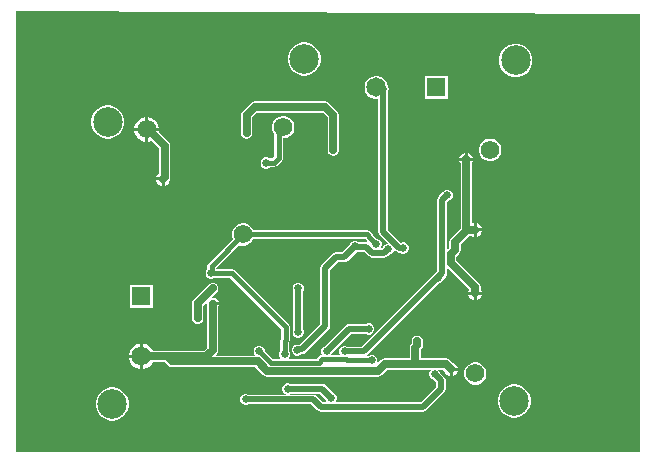
<source format=gbl>
G04*
G04 #@! TF.GenerationSoftware,Altium Limited,Altium Designer,25.3.3 (18)*
G04*
G04 Layer_Physical_Order=2*
G04 Layer_Color=16711680*
%FSLAX44Y44*%
%MOMM*%
G71*
G04*
G04 #@! TF.SameCoordinates,5CFDE4A5-D111-4E67-9A72-851D34BF8442*
G04*
G04*
G04 #@! TF.FilePolarity,Positive*
G04*
G01*
G75*
%ADD45C,1.5700*%
%ADD49C,0.5080*%
%ADD50C,0.4064*%
%ADD51C,0.6350*%
%ADD52C,1.6500*%
%ADD53R,1.6500X1.6500*%
%ADD54C,2.5000*%
%ADD55R,1.6500X1.6500*%
%ADD56C,0.6350*%
%ADD57C,0.5080*%
G36*
X600710Y695960D02*
X1129030Y693420D01*
Y322580D01*
X600710D01*
X600233Y323057D01*
Y696245D01*
X600710Y695960D01*
D02*
G37*
%LPC*%
G36*
X846396Y669344D02*
X842704D01*
X839137Y668388D01*
X835939Y666542D01*
X833328Y663931D01*
X831482Y660733D01*
X830526Y657166D01*
Y653474D01*
X831482Y649907D01*
X833328Y646709D01*
X835939Y644098D01*
X839137Y642252D01*
X842704Y641296D01*
X846396D01*
X849963Y642252D01*
X853161Y644098D01*
X855772Y646709D01*
X857618Y649907D01*
X858574Y653474D01*
Y657166D01*
X857618Y660733D01*
X855772Y663931D01*
X853161Y666542D01*
X849963Y668388D01*
X846396Y669344D01*
D02*
G37*
G36*
X1025466Y668074D02*
X1021774D01*
X1018207Y667118D01*
X1015009Y665272D01*
X1012398Y662661D01*
X1010552Y659463D01*
X1009596Y655896D01*
Y652204D01*
X1010552Y648637D01*
X1012398Y645439D01*
X1015009Y642828D01*
X1018207Y640982D01*
X1021774Y640026D01*
X1025466D01*
X1029033Y640982D01*
X1032231Y642828D01*
X1034842Y645439D01*
X1036688Y648637D01*
X1037644Y652204D01*
Y655896D01*
X1036688Y659463D01*
X1034842Y662661D01*
X1032231Y665272D01*
X1029033Y667118D01*
X1025466Y668074D01*
D02*
G37*
G36*
X966084Y640964D02*
X946536D01*
Y621416D01*
X966084D01*
Y640964D01*
D02*
G37*
G36*
X712568Y606020D02*
X712470D01*
Y596900D01*
X721590D01*
Y596998D01*
X720882Y599640D01*
X719514Y602010D01*
X717580Y603944D01*
X715210Y605312D01*
X712568Y606020D01*
D02*
G37*
G36*
X709930D02*
X709832D01*
X707190Y605312D01*
X704820Y603944D01*
X702886Y602010D01*
X701518Y599640D01*
X700810Y596998D01*
Y596900D01*
X709930D01*
Y606020D01*
D02*
G37*
G36*
X680026Y616004D02*
X676334D01*
X672767Y615048D01*
X669569Y613202D01*
X666958Y610591D01*
X665112Y607393D01*
X664156Y603826D01*
Y600134D01*
X665112Y596567D01*
X666958Y593369D01*
X669569Y590758D01*
X672767Y588912D01*
X676334Y587956D01*
X680026D01*
X683593Y588912D01*
X686791Y590758D01*
X689402Y593369D01*
X691248Y596567D01*
X692204Y600134D01*
Y603826D01*
X691248Y607393D01*
X689402Y610591D01*
X686791Y613202D01*
X683593Y615048D01*
X680026Y616004D01*
D02*
G37*
G36*
X709930Y594360D02*
X700810D01*
Y594262D01*
X701518Y591620D01*
X702886Y589250D01*
X704820Y587316D01*
X707190Y585948D01*
X709832Y585240D01*
X709930D01*
Y594360D01*
D02*
G37*
G36*
X862330Y619471D02*
X802640D01*
X800807Y619106D01*
X799252Y618068D01*
X792365Y611180D01*
X791326Y609626D01*
X790962Y607793D01*
Y592627D01*
X791054Y592164D01*
Y591692D01*
X791234Y591256D01*
X791326Y590793D01*
X791589Y590401D01*
X791769Y589965D01*
X792103Y589631D01*
X792365Y589239D01*
X792757Y588977D01*
X793091Y588643D01*
X793527Y588462D01*
X793919Y588200D01*
X794382Y588108D01*
X794818Y587928D01*
X795290D01*
X795753Y587836D01*
X796216Y587928D01*
X796687D01*
X797123Y588108D01*
X797586Y588200D01*
X797979Y588462D01*
X798415Y588643D01*
X798748Y588977D01*
X799140Y589239D01*
X799403Y589631D01*
X799736Y589965D01*
X799917Y590401D01*
X800179Y590793D01*
X800271Y591256D01*
X800452Y591692D01*
Y592164D01*
X800544Y592627D01*
Y605808D01*
X804624Y609889D01*
X860346D01*
X864294Y605940D01*
Y578231D01*
X864386Y577768D01*
Y577296D01*
X864567Y576860D01*
X864659Y576398D01*
X864921Y576005D01*
X865101Y575569D01*
X865435Y575235D01*
X865697Y574843D01*
X866090Y574581D01*
X866423Y574247D01*
X866859Y574067D01*
X867252Y573805D01*
X867714Y573713D01*
X868150Y573532D01*
X868622D01*
X869085Y573440D01*
X869548Y573532D01*
X870020D01*
X870456Y573713D01*
X870919Y573805D01*
X871311Y574067D01*
X871747Y574247D01*
X872081Y574581D01*
X872473Y574843D01*
X872735Y575235D01*
X873069Y575569D01*
X873249Y576005D01*
X873511Y576398D01*
X873603Y576860D01*
X873784Y577296D01*
Y577768D01*
X873876Y578231D01*
Y607925D01*
X873511Y609758D01*
X873167Y610274D01*
X872473Y611313D01*
X865718Y618068D01*
X864164Y619106D01*
X862330Y619471D01*
D02*
G37*
G36*
X982980Y575890D02*
Y571500D01*
X987370D01*
X986555Y573467D01*
X984947Y575075D01*
X982980Y575890D01*
D02*
G37*
G36*
X980440D02*
X978473Y575075D01*
X976865Y573467D01*
X976050Y571500D01*
X980440D01*
Y575890D01*
D02*
G37*
G36*
X828032Y606864D02*
X825564D01*
X823179Y606225D01*
X821042Y604991D01*
X819297Y603246D01*
X818062Y601108D01*
X817424Y598724D01*
Y596256D01*
X818062Y593872D01*
X819271Y591779D01*
Y572827D01*
X817717Y571273D01*
X814752D01*
X813216Y571909D01*
X811347D01*
X809620Y571194D01*
X808298Y569872D01*
X807582Y568145D01*
Y566276D01*
X808298Y564549D01*
X809620Y563227D01*
X811347Y562511D01*
X813216D01*
X814943Y563227D01*
X815739Y564022D01*
X819219D01*
X819219Y564022D01*
X820606Y564298D01*
X821783Y565084D01*
X825460Y568762D01*
X825460Y568762D01*
X825931Y569467D01*
X826246Y569938D01*
X826522Y571325D01*
Y588116D01*
X828032D01*
X830416Y588755D01*
X832553Y589989D01*
X834299Y591734D01*
X835533Y593872D01*
X836172Y596256D01*
Y598724D01*
X835533Y601108D01*
X834299Y603246D01*
X832553Y604991D01*
X830416Y606225D01*
X828032Y606864D01*
D02*
G37*
G36*
X1003344Y587775D02*
X1000876D01*
X998492Y587136D01*
X996354Y585902D01*
X994609Y584157D01*
X993375Y582019D01*
X992736Y579635D01*
Y577167D01*
X993375Y574783D01*
X994609Y572645D01*
X996354Y570900D01*
X998492Y569666D01*
X1000876Y569027D01*
X1003344D01*
X1005728Y569666D01*
X1007866Y570900D01*
X1009611Y572645D01*
X1010845Y574783D01*
X1011484Y577167D01*
Y579635D01*
X1010845Y582019D01*
X1009611Y584157D01*
X1007866Y585902D01*
X1005728Y587136D01*
X1003344Y587775D01*
D02*
G37*
G36*
X721590Y594360D02*
X712470D01*
Y585240D01*
X712568D01*
X715210Y585948D01*
X715316Y586009D01*
X721649Y579675D01*
Y558281D01*
X720325Y556957D01*
X719510Y554990D01*
X725170D01*
Y553720D01*
X726440D01*
Y548060D01*
X728407Y548875D01*
X730015Y550483D01*
X730885Y552583D01*
Y553250D01*
X731231Y554990D01*
Y581660D01*
X730927Y583189D01*
X730866Y583493D01*
X729828Y585048D01*
X721384Y593492D01*
X721590Y594262D01*
Y594360D01*
D02*
G37*
G36*
X723900Y552450D02*
X719510D01*
X720325Y550483D01*
X721933Y548875D01*
X723900Y548060D01*
Y552450D01*
D02*
G37*
G36*
X990600Y516200D02*
Y511810D01*
X994990D01*
X994175Y513777D01*
X992567Y515385D01*
X990600Y516200D01*
D02*
G37*
G36*
X994990Y509270D02*
X990600D01*
Y504880D01*
X992567Y505695D01*
X994175Y507303D01*
X994990Y509270D01*
D02*
G37*
G36*
X906797Y640964D02*
X904223D01*
X901737Y640298D01*
X899509Y639011D01*
X897689Y637191D01*
X896402Y634963D01*
X895736Y632477D01*
Y629903D01*
X896402Y627417D01*
X897689Y625189D01*
X899509Y623369D01*
X901737Y622082D01*
X904223Y621416D01*
X906797D01*
X907281Y621546D01*
Y509054D01*
X907596Y507468D01*
X908494Y506124D01*
X915889Y498729D01*
X914735D01*
X913008Y498014D01*
X911686Y496692D01*
X911374Y495938D01*
X910663Y495227D01*
X908910D01*
X909344Y495661D01*
X910059Y497388D01*
Y499257D01*
X909344Y500984D01*
X908022Y502306D01*
X906487Y502942D01*
X903647Y505781D01*
X903220Y506420D01*
X903220Y506420D01*
X900347Y509294D01*
X899170Y510080D01*
X897783Y510356D01*
X897783Y510356D01*
X801591D01*
X800361Y512486D01*
X798616Y514231D01*
X796478Y515465D01*
X794094Y516104D01*
X791626D01*
X789242Y515465D01*
X787104Y514231D01*
X785359Y512486D01*
X784125Y510348D01*
X783486Y507964D01*
Y505496D01*
X784123Y503120D01*
X763684Y482681D01*
X762898Y481505D01*
X762622Y480117D01*
X762622Y480117D01*
Y477167D01*
X761826Y476372D01*
X761111Y474645D01*
Y472775D01*
X761826Y471048D01*
X763148Y469726D01*
X764875Y469011D01*
X766745D01*
X768472Y469726D01*
X768830Y470084D01*
X782088D01*
X825106Y427066D01*
Y418823D01*
X824690Y418200D01*
X824414Y416812D01*
X824414Y416812D01*
Y408150D01*
X824056Y407792D01*
X823341Y406065D01*
Y404195D01*
X824056Y402468D01*
X825008Y401517D01*
X817731D01*
X811149Y408098D01*
Y408605D01*
X810434Y410332D01*
X809112Y411654D01*
X807385Y412369D01*
X805515D01*
X803788Y411654D01*
X802466Y410332D01*
X801751Y408605D01*
Y406735D01*
X802466Y405008D01*
X803357Y404117D01*
X769033D01*
X770494Y405578D01*
X771532Y407132D01*
X771897Y408966D01*
Y446518D01*
X772078Y446956D01*
X767106D01*
Y449496D01*
X772078D01*
X771413Y451104D01*
X769984Y452533D01*
X768116Y453306D01*
X766152D01*
X770468Y457622D01*
X770730Y458014D01*
X771064Y458348D01*
X771244Y458784D01*
X771506Y459177D01*
X771598Y459639D01*
X771779Y460075D01*
Y460547D01*
X771871Y461010D01*
X771779Y461473D01*
Y461945D01*
X771598Y462381D01*
X771506Y462844D01*
X771244Y463236D01*
X771064Y463672D01*
X770730Y464005D01*
X770468Y464398D01*
X770075Y464660D01*
X769742Y464994D01*
X769306Y465174D01*
X768913Y465436D01*
X768451Y465528D01*
X768015Y465709D01*
X767543D01*
X767080Y465801D01*
X766617Y465709D01*
X766145D01*
X765709Y465528D01*
X765247Y465436D01*
X764854Y465174D01*
X764418Y464994D01*
X764084Y464660D01*
X763692Y464398D01*
X750992Y451698D01*
X749954Y450144D01*
X749589Y448310D01*
Y435610D01*
X749681Y435147D01*
Y434675D01*
X749862Y434239D01*
X749954Y433777D01*
X750216Y433384D01*
X750396Y432948D01*
X750730Y432615D01*
X750992Y432222D01*
X751385Y431960D01*
X751718Y431626D01*
X752154Y431446D01*
X752547Y431184D01*
X753009Y431092D01*
X753445Y430911D01*
X753917D01*
X754380Y430819D01*
X754843Y430911D01*
X755315D01*
X755751Y431092D01*
X756213Y431184D01*
X756606Y431446D01*
X757042Y431626D01*
X757375Y431960D01*
X757768Y432222D01*
X758030Y432615D01*
X758364Y432948D01*
X758544Y433384D01*
X758806Y433777D01*
X758898Y434239D01*
X759079Y434675D01*
Y435147D01*
X759171Y435610D01*
Y446325D01*
X762026Y449180D01*
Y447216D01*
X762315Y446518D01*
Y410950D01*
X759686Y408321D01*
X716462D01*
X715403Y410155D01*
X713394Y412164D01*
X710934Y413585D01*
X708189Y414320D01*
X708039D01*
Y403530D01*
Y392740D01*
X708189D01*
X710934Y393475D01*
X713394Y394896D01*
X715403Y396905D01*
X716462Y398739D01*
X726601D01*
X729402Y395938D01*
X730956Y394900D01*
X732790Y394535D01*
X803290D01*
X810053Y387772D01*
X811092Y387078D01*
X811608Y386734D01*
X813441Y386369D01*
X906858D01*
X908691Y386734D01*
X910245Y387772D01*
X914811Y392338D01*
X952113D01*
X951056Y391282D01*
X950341Y389555D01*
Y387685D01*
X951056Y385958D01*
X952378Y384636D01*
X953132Y384324D01*
X955976Y381480D01*
Y377636D01*
X943164Y364824D01*
X870579D01*
X871394Y365638D01*
X872109Y367365D01*
Y369235D01*
X871394Y370962D01*
X870072Y372284D01*
X868686Y372858D01*
X862694Y378850D01*
X861349Y379748D01*
X859764Y380064D01*
X832856D01*
X831515Y380619D01*
X829645D01*
X827918Y379904D01*
X826596Y378582D01*
X825881Y376855D01*
Y374985D01*
X826596Y373258D01*
X827918Y371936D01*
X829645Y371221D01*
X831515D01*
X832856Y371776D01*
X858047D01*
X862890Y366934D01*
X863426Y365638D01*
X864241Y364824D01*
X860159D01*
X855023Y369960D01*
X853678Y370858D01*
X852093Y371174D01*
X797296D01*
X795955Y371729D01*
X794085D01*
X792358Y371014D01*
X791036Y369692D01*
X790321Y367965D01*
Y366095D01*
X791036Y364368D01*
X792358Y363046D01*
X794085Y362331D01*
X795955D01*
X797296Y362886D01*
X850376D01*
X855512Y357750D01*
X856857Y356852D01*
X858443Y356536D01*
X944880D01*
X946466Y356852D01*
X947810Y357750D01*
X963050Y372990D01*
X963948Y374334D01*
X964264Y375920D01*
Y383196D01*
X963948Y384782D01*
X963050Y386126D01*
X959739Y389437D01*
Y389555D01*
X959024Y391282D01*
X957967Y392338D01*
X962327D01*
X963295Y391369D01*
Y391293D01*
X964165Y389193D01*
X965773Y387585D01*
X967740Y386770D01*
Y392430D01*
X969010D01*
Y393700D01*
X974670D01*
X973855Y395667D01*
X972247Y397275D01*
X970147Y398145D01*
X970071D01*
X967699Y400517D01*
X966144Y401555D01*
X964311Y401920D01*
X943360D01*
Y408964D01*
X943758Y409362D01*
X944796Y410917D01*
X945161Y412750D01*
Y416270D01*
X944796Y418103D01*
X943758Y419658D01*
X942203Y420696D01*
X940370Y421061D01*
X938537Y420696D01*
X936982Y419658D01*
X935944Y418103D01*
X935579Y416270D01*
Y414734D01*
X935181Y414337D01*
X934142Y412782D01*
X933778Y410949D01*
Y401920D01*
X912827D01*
X911297Y401616D01*
X910993Y401555D01*
X909439Y400517D01*
X904873Y395951D01*
X904083D01*
X904362Y396066D01*
X905684Y397388D01*
X906399Y399115D01*
Y400985D01*
X905684Y402712D01*
X904362Y404034D01*
X902635Y404749D01*
X900765D01*
X899038Y404034D01*
X898680Y403676D01*
X896101D01*
X896936Y403842D01*
X898280Y404740D01*
X958901Y465361D01*
X960242Y465916D01*
X961564Y467238D01*
X962119Y468579D01*
X964320Y470780D01*
X965218Y472124D01*
X965534Y473710D01*
Y479301D01*
X984452Y460382D01*
Y460178D01*
X984398Y460124D01*
X983583Y458157D01*
X994903D01*
X994088Y460124D01*
X994034Y460178D01*
Y462367D01*
X993669Y464200D01*
X992631Y465755D01*
X973420Y484966D01*
Y487988D01*
X975641Y490209D01*
X976679Y491763D01*
X977044Y493597D01*
Y498604D01*
X984189Y505749D01*
X986039D01*
X986093Y505695D01*
X988060Y504880D01*
Y510540D01*
Y516200D01*
X986501Y515554D01*
Y566939D01*
X986555Y566993D01*
X987370Y568960D01*
X976050D01*
X976865Y566993D01*
X976919Y566939D01*
Y512030D01*
X968865Y503976D01*
X967827Y502422D01*
X967462Y500588D01*
Y495581D01*
X965534Y493653D01*
Y534420D01*
X966162Y535048D01*
X966635D01*
X968362Y535764D01*
X969684Y537086D01*
X970399Y538813D01*
Y540682D01*
X969684Y542409D01*
X968362Y543731D01*
X966635Y544446D01*
X964765D01*
X963038Y543731D01*
X961716Y542409D01*
X961656Y542262D01*
X958460Y539067D01*
X957562Y537722D01*
X957246Y536137D01*
Y475426D01*
X956259Y474439D01*
X954918Y473884D01*
X953596Y472562D01*
X953041Y471221D01*
X893634Y411814D01*
X881115D01*
X879775Y412369D01*
X877905D01*
X876178Y411654D01*
X874856Y410332D01*
X874141Y408605D01*
Y406735D01*
X874856Y405008D01*
X875300Y404565D01*
X867140D01*
X867584Y405008D01*
X868139Y406349D01*
X884366Y422576D01*
X896885D01*
X898225Y422021D01*
X900095D01*
X901822Y422736D01*
X903144Y424058D01*
X903859Y425785D01*
Y427655D01*
X903144Y429382D01*
X901822Y430704D01*
X900095Y431419D01*
X898225D01*
X896885Y430864D01*
X882650D01*
X881064Y430548D01*
X879720Y429650D01*
X862279Y412209D01*
X860938Y411654D01*
X859616Y410332D01*
X858901Y408605D01*
Y406735D01*
X859616Y405008D01*
X860060Y404565D01*
X859735D01*
X859735Y404565D01*
X858347Y404289D01*
X857171Y403503D01*
X857171Y403503D01*
X855185Y401517D01*
X831072D01*
X832024Y402468D01*
X832739Y404195D01*
Y406065D01*
X832024Y407792D01*
X831666Y408150D01*
Y415494D01*
X832082Y416117D01*
X832358Y417504D01*
Y428568D01*
X832082Y429955D01*
X831767Y430426D01*
X831296Y431132D01*
X831296Y431132D01*
X786154Y476274D01*
X784977Y477060D01*
X783590Y477336D01*
X783590Y477336D01*
X769873D01*
Y478616D01*
X789250Y497993D01*
X791626Y497356D01*
X794094D01*
X796478Y497995D01*
X798616Y499229D01*
X800361Y500974D01*
X801591Y503104D01*
X896281D01*
X897666Y501720D01*
X898093Y501081D01*
X899652Y499522D01*
X898704Y500155D01*
X897118Y500471D01*
X890475D01*
X890392Y500554D01*
X888665Y501269D01*
X886795D01*
X885068Y500554D01*
X883746Y499232D01*
X883191Y497891D01*
X876903Y491603D01*
X871198D01*
X869612Y491287D01*
X868268Y490389D01*
X859400Y481521D01*
X858502Y480177D01*
X858186Y478591D01*
Y430976D01*
X840714Y413504D01*
X839614D01*
X839321Y413446D01*
X837722D01*
X835995Y412731D01*
X834673Y411409D01*
X833957Y409682D01*
Y407812D01*
X834673Y406085D01*
X835995Y404763D01*
X837722Y404048D01*
X839591D01*
X841318Y404763D01*
X841772Y405217D01*
X842431D01*
X844016Y405532D01*
X845361Y406431D01*
X865260Y426330D01*
X866158Y427674D01*
X866474Y429260D01*
Y476875D01*
X872914Y483315D01*
X878619D01*
X880205Y483631D01*
X881549Y484529D01*
X889051Y492031D01*
X889419Y492183D01*
X895401D01*
X899432Y488153D01*
X900776Y487255D01*
X902362Y486940D01*
X902362Y486940D01*
X912380D01*
X913965Y487255D01*
X915310Y488153D01*
X916487Y489331D01*
X916605D01*
X918332Y490046D01*
X919654Y491368D01*
X920369Y493095D01*
Y494249D01*
X922248Y492370D01*
X923592Y491472D01*
X925178Y491156D01*
X926095D01*
X927435Y490601D01*
X929305D01*
X931032Y491316D01*
X932354Y492638D01*
X933069Y494365D01*
Y496235D01*
X932354Y497962D01*
X931032Y499284D01*
X929305Y499999D01*
X927435D01*
X926660Y499678D01*
X915568Y510770D01*
Y628154D01*
X915688Y628334D01*
X916004Y629920D01*
X915688Y631506D01*
X915284Y632111D01*
Y632477D01*
X914618Y634963D01*
X913331Y637191D01*
X911511Y639011D01*
X909283Y640298D01*
X906797Y640964D01*
D02*
G37*
G36*
X994903Y455617D02*
X990513D01*
Y451227D01*
X992480Y452042D01*
X994088Y453650D01*
X994903Y455617D01*
D02*
G37*
G36*
X987973D02*
X983583D01*
X984398Y453650D01*
X986006Y452042D01*
X987973Y451227D01*
Y455617D01*
D02*
G37*
G36*
X716543Y464104D02*
X696995D01*
Y444556D01*
X716543D01*
Y464104D01*
D02*
G37*
G36*
X840405Y465709D02*
X838535D01*
X836808Y464994D01*
X835486Y463672D01*
X834771Y461945D01*
Y460075D01*
X835326Y458735D01*
Y426455D01*
X834771Y425115D01*
Y423245D01*
X835486Y421518D01*
X836808Y420196D01*
X838535Y419481D01*
X840405D01*
X842132Y420196D01*
X843454Y421518D01*
X844169Y423245D01*
Y425115D01*
X843614Y426455D01*
Y458735D01*
X844169Y460075D01*
Y461945D01*
X843454Y463672D01*
X842132Y464994D01*
X840405Y465709D01*
D02*
G37*
G36*
X705499Y414320D02*
X705348D01*
X702604Y413585D01*
X700144Y412164D01*
X698135Y410155D01*
X696714Y407695D01*
X695979Y404950D01*
Y404800D01*
X705499D01*
Y414320D01*
D02*
G37*
G36*
Y402260D02*
X695979D01*
Y402109D01*
X696714Y399365D01*
X698135Y396905D01*
X700144Y394896D01*
X702604Y393475D01*
X705348Y392740D01*
X705499D01*
Y402260D01*
D02*
G37*
G36*
X974670Y391160D02*
X970280D01*
Y386770D01*
X972247Y387585D01*
X973855Y389193D01*
X974670Y391160D01*
D02*
G37*
G36*
X990673Y398443D02*
X988205D01*
X985821Y397805D01*
X983683Y396571D01*
X981938Y394825D01*
X980704Y392688D01*
X980065Y390303D01*
Y387835D01*
X980704Y385451D01*
X981938Y383314D01*
X983683Y381568D01*
X985821Y380334D01*
X988205Y379695D01*
X990673D01*
X993057Y380334D01*
X995195Y381568D01*
X996940Y383314D01*
X998174Y385451D01*
X998813Y387835D01*
Y390303D01*
X998174Y392688D01*
X996940Y394825D01*
X995195Y396571D01*
X993057Y397805D01*
X990673Y398443D01*
D02*
G37*
G36*
X1024196Y379784D02*
X1020504D01*
X1016937Y378828D01*
X1013739Y376982D01*
X1011128Y374371D01*
X1009282Y371173D01*
X1008326Y367606D01*
Y363914D01*
X1009282Y360347D01*
X1011128Y357149D01*
X1013739Y354538D01*
X1016937Y352692D01*
X1020504Y351736D01*
X1024196D01*
X1027763Y352692D01*
X1030961Y354538D01*
X1033572Y357149D01*
X1035418Y360347D01*
X1036374Y363914D01*
Y367606D01*
X1035418Y371173D01*
X1033572Y374371D01*
X1030961Y376982D01*
X1027763Y378828D01*
X1024196Y379784D01*
D02*
G37*
G36*
X683836Y377244D02*
X680144D01*
X676577Y376288D01*
X673379Y374442D01*
X670768Y371831D01*
X668922Y368633D01*
X667966Y365066D01*
Y361374D01*
X668922Y357807D01*
X670768Y354609D01*
X673379Y351998D01*
X676577Y350152D01*
X680144Y349196D01*
X683836D01*
X687403Y350152D01*
X690601Y351998D01*
X693212Y354609D01*
X695058Y357807D01*
X696014Y361374D01*
Y365066D01*
X695058Y368633D01*
X693212Y371831D01*
X690601Y374442D01*
X687403Y376288D01*
X683836Y377244D01*
D02*
G37*
%LPD*%
D45*
X989439Y389069D02*
D03*
X711200Y595630D02*
D03*
X1002110Y578401D02*
D03*
X792860Y506730D02*
D03*
X826798Y597490D02*
D03*
D49*
X965457Y539504D02*
X965700Y539747D01*
X961390Y536137D02*
X964758Y539504D01*
X895350Y407670D02*
X961390Y473710D01*
Y536137D01*
X964758Y539504D02*
X965457D01*
X878840Y407670D02*
X895350D01*
X887973Y496327D02*
X897118D01*
X887730Y496570D02*
X887973Y496327D01*
X897118D02*
X902362Y491083D01*
X912380D01*
X915326Y494030D01*
X830580Y375920D02*
X859764D01*
X867384Y368300D01*
X867410D01*
X858443Y360680D02*
X944880D01*
X852093Y367030D02*
X858443Y360680D01*
X795020Y367030D02*
X852093D01*
X915326Y494030D02*
X915670D01*
X871198Y487459D02*
X878619D01*
X862330Y478591D02*
X871198Y487459D01*
X878619D02*
X887730Y496570D01*
X839470Y424180D02*
Y461010D01*
X839614Y409361D02*
X842431D01*
X839000Y408747D02*
X839614Y409361D01*
X842431D02*
X862330Y429260D01*
X838656Y408747D02*
X839000D01*
X944880Y360680D02*
X960120Y375920D01*
Y383196D01*
X955040Y388276D02*
X960120Y383196D01*
X955040Y388276D02*
Y388620D01*
X863600Y407670D02*
X882650Y426720D01*
X899160D01*
X862330Y429260D02*
Y478591D01*
X911424Y509054D02*
X925178Y495300D01*
X911424Y629484D02*
X911860Y629920D01*
X925178Y495300D02*
X928370D01*
X911424Y509054D02*
Y629484D01*
D50*
X828040Y416812D02*
X828732Y417504D01*
X828040Y405130D02*
Y416812D01*
X828732Y417504D02*
Y428568D01*
X897783Y506730D02*
X900657Y503856D01*
X792860Y506730D02*
X897783D01*
X905360Y498322D02*
Y498941D01*
X900657Y503644D02*
Y503856D01*
Y503644D02*
X905360Y498941D01*
X812281Y567210D02*
X812719Y567648D01*
X819219D01*
X822897Y571325D01*
Y597490D01*
X806450Y407670D02*
X816229Y397891D01*
X856687D01*
X859735Y400939D01*
X766247Y480117D02*
X792860Y506730D01*
X783590Y473710D02*
X828732Y428568D01*
X765810Y473710D02*
X766247Y474147D01*
X765810Y473710D02*
X783590D01*
X766247Y474147D02*
Y480117D01*
X880853Y400050D02*
X901700D01*
X879964Y400939D02*
X880853Y400050D01*
X859735Y400939D02*
X879964D01*
D51*
X982205Y510540D02*
X989330D01*
X972253Y500588D02*
X982205Y510540D01*
X981710Y510045D02*
Y570230D01*
X972253Y493597D02*
Y500588D01*
X968629Y489973D02*
X972253Y493597D01*
X968629Y482981D02*
Y489973D01*
Y482981D02*
X989243Y462367D01*
Y456887D02*
Y462367D01*
X726440Y554990D02*
Y581660D01*
X725170Y553720D02*
X726440Y554990D01*
X767106Y408966D02*
Y448226D01*
X761670Y403530D02*
X767106Y408966D01*
X728586Y403530D02*
X761670D01*
X706769D02*
X728586D01*
X754380Y448310D02*
X767080Y461010D01*
X754380Y435610D02*
Y448310D01*
X711200Y596900D02*
X726440Y581660D01*
X906858Y391160D02*
X912827Y397129D01*
X805275Y399326D02*
X813441Y391160D01*
X906858D01*
X728586Y403530D02*
X732790Y399326D01*
X805275D01*
X938569Y397129D02*
X964311D01*
X969010Y392430D01*
X940370Y412750D02*
Y416270D01*
X938569Y410949D02*
X940370Y412750D01*
X938569Y397129D02*
Y410949D01*
X802640Y614680D02*
X862330D01*
X869085Y578231D02*
Y607925D01*
X862330Y614680D02*
X869085Y607925D01*
X795753Y592627D02*
Y607793D01*
X802640Y614680D01*
X912827Y397129D02*
X938569D01*
D52*
X706769Y403530D02*
D03*
X905510Y631190D02*
D03*
D53*
X706769Y454330D02*
D03*
D54*
X1023620Y654050D02*
D03*
X844550Y655320D02*
D03*
X1022350Y365760D02*
D03*
X681990Y363220D02*
D03*
X678180Y601980D02*
D03*
D55*
X956310Y631190D02*
D03*
D56*
X828040Y405130D02*
D03*
X989330Y510540D02*
D03*
X965700Y539747D02*
D03*
X957580Y469900D02*
D03*
X905360Y498322D02*
D03*
X812281Y567210D02*
D03*
X725170Y553720D02*
D03*
X754380Y435610D02*
D03*
X767080Y461010D02*
D03*
X838656Y408747D02*
D03*
X830580Y375920D02*
D03*
X867410Y368300D02*
D03*
X795020Y367030D02*
D03*
X765810Y473710D02*
D03*
X901700Y400050D02*
D03*
X839470Y424180D02*
D03*
X887730Y496570D02*
D03*
X955040Y388620D02*
D03*
X863600Y407670D02*
D03*
X878840D02*
D03*
X928370Y495300D02*
D03*
X795753Y592627D02*
D03*
X869085Y578231D02*
D03*
X915670Y494030D02*
D03*
X989243Y456887D02*
D03*
X806450Y407670D02*
D03*
X981710Y570230D02*
D03*
X899160Y426720D02*
D03*
X969010Y392430D02*
D03*
X839470Y461010D02*
D03*
D57*
X767106Y448226D02*
D03*
M02*

</source>
